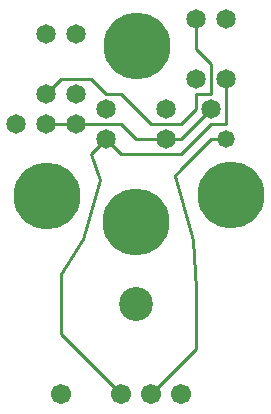
<source format=gbl>
%MOIN*%
%FSLAX25Y25*%
G04 D10 used for Character Trace; *
G04     Circle (OD=.01000) (No hole)*
G04 D11 used for Power Trace; *
G04     Circle (OD=.06700) (No hole)*
G04 D12 used for Signal Trace; *
G04     Circle (OD=.01100) (No hole)*
G04 D13 used for Via; *
G04     Circle (OD=.05800) (Round. Hole ID=.02800)*
G04 D14 used for Component hole; *
G04     Circle (OD=.06500) (Round. Hole ID=.03500)*
G04 D15 used for Component hole; *
G04     Circle (OD=.06700) (Round. Hole ID=.04300)*
G04 D16 used for Component hole; *
G04     Circle (OD=.08100) (Round. Hole ID=.05100)*
G04 D17 used for Component hole; *
G04     Circle (OD=.08900) (Round. Hole ID=.05900)*
G04 D18 used for Component hole; *
G04     Circle (OD=.11300) (Round. Hole ID=.08300)*
G04 D19 used for Component hole; *
G04     Circle (OD=.16000) (Round. Hole ID=.13000)*
G04 D20 used for Component hole; *
G04     Circle (OD=.18300) (Round. Hole ID=.15300)*
G04 D21 used for Component hole; *
G04     Circle (OD=.22291) (Round. Hole ID=.19291)*
%ADD10C,.01000*%
%ADD11C,.06700*%
%ADD12C,.01100*%
%ADD13C,.05800*%
%ADD14C,.06500*%
%ADD15C,.06700*%
%ADD16C,.08100*%
%ADD17C,.08900*%
%ADD18C,.11300*%
%ADD19C,.16000*%
%ADD20C,.18300*%
%ADD21C,.22291*%
%IPPOS*%
%LPD*%
G90*X0Y0D02*D15*X20000Y10000D03*D12*X40000D02*    
X20000Y30000D01*D15*X40000Y10000D03*X50000D03*D12*
X65000Y25000D01*Y45000D01*D21*X44900Y67400D03*D18*
X45000Y40000D03*D21*X76700Y76500D03*D15*          
X60000Y10000D03*D12*Y85000D02*X70000Y95000D01*    
X75000D01*D13*D03*D12*X60000Y90000D02*            
X70000Y100000D01*X40000Y90000D02*X60000D01*       
X40000D02*X35000Y95000D01*D14*D03*D12*            
X30000Y90000D01*X45000Y95000D02*X40000Y100000D01* 
X45000Y95000D02*X55000D01*D14*D03*D12*X60000D01*  
X70000Y105000D01*D14*D03*D12*Y100000D02*X75000D01*
X60000D02*X65000Y105000D01*X50000Y100000D02*      
X60000D01*X50000D02*X40000Y110000D01*X35000D01*   
X30000Y115000D01*X20000D01*X15000Y110000D01*D14*  
D03*X25000Y100000D03*D12*X15000D01*D14*D03*       
X25000Y110000D03*D12*Y100000D02*X40000D01*D14*    
X35000Y105000D03*X55000D03*D12*X70000Y120000D02*  
X65000Y125000D01*X70000Y110000D02*Y120000D01*     
X65000Y110000D02*X70000D01*X65000Y105000D02*      
Y110000D01*D14*X75000Y115000D03*D12*Y100000D01*   
D14*X65000Y115000D03*D12*Y125000D02*Y135000D01*   
D14*D03*X75000D03*D21*X45300Y126100D03*D14*       
X25000Y130000D03*X15000D03*D21*X15400Y75900D03*   
D14*X5000Y100000D03*D12*X20000Y30000D02*Y50000D01*
D10*X57766Y82550D02*X63833Y61350D01*              
X60000Y85000D02*X57766Y82550D01*X65000Y45000D02*  
X63833Y61350D01*X27316Y61816D02*X32983Y81483D01*  
X20000Y50000D02*X27316Y61816D01*X30000Y90000D02*  
X32983Y81483D01*M02*                              

</source>
